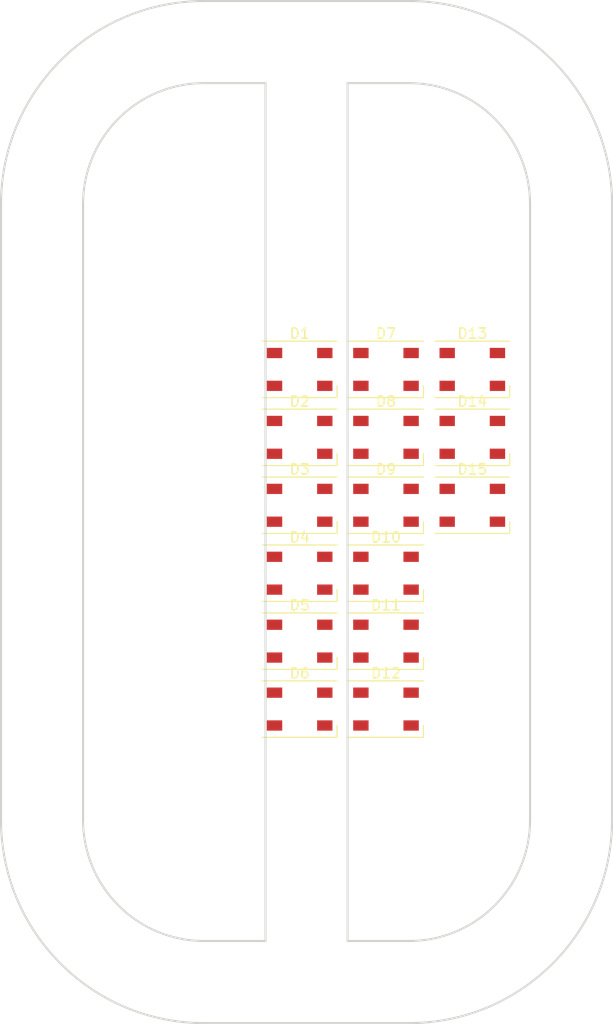
<source format=kicad_pcb>
(kicad_pcb (version 20240108) (generator "pcbnew") (generator_version "8.0")
  (layers (0 "F.Cu" signal) (31 "B.Cu" signal) (34 "B.Paste" user) (35 "F.Paste" user) (36 "B.SilkS" user "B.Silkscreen") (37 "F.SilkS" user "F.Silkscreen") (38 "B.Mask" user) (39 "F.Mask" user) (44 "Edge.Cuts" user))
  (net 0 "")
  (net 1 "Net-(D1-DOUT)")
  (net 2 "GND")
  (net 3 "LEDData")
  (net 4 "Net-(D1-VDD)")
  (net 5 "Net-(D2-DOUT)")
  (net 6 "Net-(D2-VDD)")
  (net 7 "Net-(D3-DOUT)")
  (net 8 "Net-(D3-VDD)")
  (net 9 "Net-(D4-VDD)")
  (net 10 "Net-(D4-DOUT)")
  (net 11 "Net-(D5-VDD)")
  (net 12 "Net-(D5-DOUT)")
  (net 13 "Net-(D6-VDD)")
  (net 14 "Net-(D6-DOUT)")
  (net 15 "Net-(D7-VDD)")
  (net 16 "Net-(D7-DOUT)")
  (net 17 "Net-(D8-DOUT)")
  (net 18 "Net-(D8-VDD)")
  (net 19 "Net-(D9-VDD)")
  (net 20 "Net-(D10-DIN)")
  (net 21 "Net-(D10-VDD)")
  (net 22 "Net-(D10-DOUT)")
  (net 23 "Net-(D11-VDD)")
  (net 24 "Net-(D11-DOUT)")
  (net 25 "Net-(D12-DOUT)")
  (net 26 "Net-(D12-VDD)")
  (net 27 "Net-(D13-VDD)")
  (net 28 "Net-(D13-DOUT)")
  (net 29 "Net-(D14-VDD)")
  (net 30 "Net-(D14-DOUT)")
  (net 31 "Net-(D15-VDD)")
  (footprint "LED_SMD:LED_SK6812_PLCC4_5.0x5.0mm_P3.2mm" (layer "F.Cu") (at 65.97 69.54)
    (property "Reference" "D15" (at 0 -3.5 0) (layer "F.SilkS"))
    (property "Value" "SK6812")
    (fp_line (start -3.65 -2.75) (end 3.65 -2.75) (stroke (width 0.12)) (layer "F.SilkS"))
    (fp_line (start -3.65 2.75) (end 3.65 2.75) (stroke (width 0.12)) (layer "F.SilkS"))
    (fp_line (start 3.65 2.75) (end 3.65 1.6) (stroke (width 0.12)) (layer "F.SilkS"))
    (pad "1" smd rect (at 2.45 1.6) (size 1.5 1) (layers "F.Cu" "F.Paste" "F.Mask") (net 2 "GND"))
    (pad "2" smd rect (at 2.45 -1.6) (size 1.5 1) (layers "F.Cu" "F.Paste" "F.Mask") (net 30 "Net-(D14-DOUT)"))
    (pad "3" smd rect (at -2.45 -1.6) (size 1.5 1) (layers "F.Cu" "F.Paste" "F.Mask") (net 31 "Net-(D15-VDD)"))
    (pad "4" smd rect (at -2.45 1.6) (size 1.5 1) (layers "F.Cu" "F.Paste" "F.Mask"))
  )
  (footprint "LED_SMD:LED_SK6812_PLCC4_5.0x5.0mm_P3.2mm" (layer "F.Cu") (at 49.13 76.16)
    (property "Reference" "D4" (at 0 -3.5 0) (layer "F.SilkS"))
    (property "Value" "SK6812")
    (fp_line (start -3.65 -2.75) (end 3.65 -2.75) (stroke (width 0.12)) (layer "F.SilkS"))
    (fp_line (start -3.65 2.75) (end 3.65 2.75) (stroke (width 0.12)) (layer "F.SilkS"))
    (fp_line (start 3.65 2.75) (end 3.65 1.6) (stroke (width 0.12)) (layer "F.SilkS"))
    (pad "1" smd rect (at 2.45 1.6) (size 1.5 1) (layers "F.Cu" "F.Paste" "F.Mask") (net 2 "GND"))
    (pad "2" smd rect (at 2.45 -1.6) (size 1.5 1) (layers "F.Cu" "F.Paste" "F.Mask") (net 7 "Net-(D3-DOUT)"))
    (pad "3" smd rect (at -2.45 -1.6) (size 1.5 1) (layers "F.Cu" "F.Paste" "F.Mask") (net 9 "Net-(D4-VDD)"))
    (pad "4" smd rect (at -2.45 1.6) (size 1.5 1) (layers "F.Cu" "F.Paste" "F.Mask") (net 10 "Net-(D4-DOUT)"))
  )
  (footprint "LED_SMD:LED_SK6812_PLCC4_5.0x5.0mm_P3.2mm" (layer "F.Cu") (at 57.55 89.4)
    (property "Reference" "D12" (at 0 -3.5 0) (layer "F.SilkS"))
    (property "Value" "SK6812")
    (fp_line (start -3.65 -2.75) (end 3.65 -2.75) (stroke (width 0.12)) (layer "F.SilkS"))
    (fp_line (start -3.65 2.75) (end 3.65 2.75) (stroke (width 0.12)) (layer "F.SilkS"))
    (fp_line (start 3.65 2.75) (end 3.65 1.6) (stroke (width 0.12)) (layer "F.SilkS"))
    (pad "1" smd rect (at 2.45 1.6) (size 1.5 1) (layers "F.Cu" "F.Paste" "F.Mask") (net 2 "GND"))
    (pad "2" smd rect (at 2.45 -1.6) (size 1.5 1) (layers "F.Cu" "F.Paste" "F.Mask") (net 24 "Net-(D11-DOUT)"))
    (pad "3" smd rect (at -2.45 -1.6) (size 1.5 1) (layers "F.Cu" "F.Paste" "F.Mask") (net 26 "Net-(D12-VDD)"))
    (pad "4" smd rect (at -2.45 1.6) (size 1.5 1) (layers "F.Cu" "F.Paste" "F.Mask") (net 25 "Net-(D12-DOUT)"))
  )
  (footprint "LED_SMD:LED_SK6812_PLCC4_5.0x5.0mm_P3.2mm" (layer "F.Cu") (at 49.13 89.4)
    (property "Reference" "D6" (at 0 -3.5 0) (layer "F.SilkS"))
    (property "Value" "SK6812")
    (fp_line (start -3.65 -2.75) (end 3.65 -2.75) (stroke (width 0.12)) (layer "F.SilkS"))
    (fp_line (start -3.65 2.75) (end 3.65 2.75) (stroke (width 0.12)) (layer "F.SilkS"))
    (fp_line (start 3.65 2.75) (end 3.65 1.6) (stroke (width 0.12)) (layer "F.SilkS"))
    (pad "1" smd rect (at 2.45 1.6) (size 1.5 1) (layers "F.Cu" "F.Paste" "F.Mask") (net 2 "GND"))
    (pad "2" smd rect (at 2.45 -1.6) (size 1.5 1) (layers "F.Cu" "F.Paste" "F.Mask") (net 12 "Net-(D5-DOUT)"))
    (pad "3" smd rect (at -2.45 -1.6) (size 1.5 1) (layers "F.Cu" "F.Paste" "F.Mask") (net 13 "Net-(D6-VDD)"))
    (pad "4" smd rect (at -2.45 1.6) (size 1.5 1) (layers "F.Cu" "F.Paste" "F.Mask") (net 14 "Net-(D6-DOUT)"))
  )
  (footprint "LED_SMD:LED_SK6812_PLCC4_5.0x5.0mm_P3.2mm" (layer "F.Cu") (at 49.13 56.3)
    (property "Reference" "D1" (at 0 -3.5 0) (layer "F.SilkS"))
    (property "Value" "SK6812")
    (fp_line (start -3.65 -2.75) (end 3.65 -2.75) (stroke (width 0.12)) (layer "F.SilkS"))
    (fp_line (start -3.65 2.75) (end 3.65 2.75) (stroke (width 0.12)) (layer "F.SilkS"))
    (fp_line (start 3.65 2.75) (end 3.65 1.6) (stroke (width 0.12)) (layer "F.SilkS"))
    (pad "1" smd rect (at 2.45 1.6) (size 1.5 1) (layers "F.Cu" "F.Paste" "F.Mask") (net 2 "GND"))
    (pad "2" smd rect (at 2.45 -1.6) (size 1.5 1) (layers "F.Cu" "F.Paste" "F.Mask") (net 3 "LEDData"))
    (pad "3" smd rect (at -2.45 -1.6) (size 1.5 1) (layers "F.Cu" "F.Paste" "F.Mask") (net 4 "Net-(D1-VDD)"))
    (pad "4" smd rect (at -2.45 1.6) (size 1.5 1) (layers "F.Cu" "F.Paste" "F.Mask") (net 1 "Net-(D1-DOUT)"))
  )
  (footprint "LED_SMD:LED_SK6812_PLCC4_5.0x5.0mm_P3.2mm" (layer "F.Cu") (at 57.55 56.3)
    (property "Reference" "D7" (at 0 -3.5 0) (layer "F.SilkS"))
    (property "Value" "SK6812")
    (fp_line (start -3.65 -2.75) (end 3.65 -2.75) (stroke (width 0.12)) (layer "F.SilkS"))
    (fp_line (start -3.65 2.75) (end 3.65 2.75) (stroke (width 0.12)) (layer "F.SilkS"))
    (fp_line (start 3.65 2.75) (end 3.65 1.6) (stroke (width 0.12)) (layer "F.SilkS"))
    (pad "1" smd rect (at 2.45 1.6) (size 1.5 1) (layers "F.Cu" "F.Paste" "F.Mask") (net 2 "GND"))
    (pad "2" smd rect (at 2.45 -1.6) (size 1.5 1) (layers "F.Cu" "F.Paste" "F.Mask") (net 14 "Net-(D6-DOUT)"))
    (pad "3" smd rect (at -2.45 -1.6) (size 1.5 1) (layers "F.Cu" "F.Paste" "F.Mask") (net 15 "Net-(D7-VDD)"))
    (pad "4" smd rect (at -2.45 1.6) (size 1.5 1) (layers "F.Cu" "F.Paste" "F.Mask") (net 16 "Net-(D7-DOUT)"))
  )
  (footprint "LED_SMD:LED_SK6812_PLCC4_5.0x5.0mm_P3.2mm" (layer "F.Cu") (at 65.97 56.3)
    (property "Reference" "D13" (at 0 -3.5 0) (layer "F.SilkS"))
    (property "Value" "SK6812")
    (fp_line (start -3.65 -2.75) (end 3.65 -2.75) (stroke (width 0.12)) (layer "F.SilkS"))
    (fp_line (start -3.65 2.75) (end 3.65 2.75) (stroke (width 0.12)) (layer "F.SilkS"))
    (fp_line (start 3.65 2.75) (end 3.65 1.6) (stroke (width 0.12)) (layer "F.SilkS"))
    (pad "1" smd rect (at 2.45 1.6) (size 1.5 1) (layers "F.Cu" "F.Paste" "F.Mask") (net 2 "GND"))
    (pad "2" smd rect (at 2.45 -1.6) (size 1.5 1) (layers "F.Cu" "F.Paste" "F.Mask") (net 25 "Net-(D12-DOUT)"))
    (pad "3" smd rect (at -2.45 -1.6) (size 1.5 1) (layers "F.Cu" "F.Paste" "F.Mask") (net 27 "Net-(D13-VDD)"))
    (pad "4" smd rect (at -2.45 1.6) (size 1.5 1) (layers "F.Cu" "F.Paste" "F.Mask") (net 28 "Net-(D13-DOUT)"))
  )
  (footprint "LED_SMD:LED_SK6812_PLCC4_5.0x5.0mm_P3.2mm" (layer "F.Cu") (at 65.97 62.92)
    (property "Reference" "D14" (at 0 -3.5 0) (layer "F.SilkS"))
    (property "Value" "SK6812")
    (fp_line (start -3.65 -2.75) (end 3.65 -2.75) (stroke (width 0.12)) (layer "F.SilkS"))
    (fp_line (start -3.65 2.75) (end 3.65 2.75) (stroke (width 0.12)) (layer "F.SilkS"))
    (fp_line (start 3.65 2.75) (end 3.65 1.6) (stroke (width 0.12)) (layer "F.SilkS"))
    (pad "1" smd rect (at 2.45 1.6) (size 1.5 1) (layers "F.Cu" "F.Paste" "F.Mask") (net 2 "GND"))
    (pad "2" smd rect (at 2.45 -1.6) (size 1.5 1) (layers "F.Cu" "F.Paste" "F.Mask") (net 28 "Net-(D13-DOUT)"))
    (pad "3" smd rect (at -2.45 -1.6) (size 1.5 1) (layers "F.Cu" "F.Paste" "F.Mask") (net 29 "Net-(D14-VDD)"))
    (pad "4" smd rect (at -2.45 1.6) (size 1.5 1) (layers "F.Cu" "F.Paste" "F.Mask") (net 30 "Net-(D14-DOUT)"))
  )
  (footprint "LED_SMD:LED_SK6812_PLCC4_5.0x5.0mm_P3.2mm" (layer "F.Cu") (at 57.55 69.54)
    (property "Reference" "D9" (at 0 -3.5 0) (layer "F.SilkS"))
    (property "Value" "SK6812")
    (fp_line (start -3.65 -2.75) (end 3.65 -2.75) (stroke (width 0.12)) (layer "F.SilkS"))
    (fp_line (start -3.65 2.75) (end 3.65 2.75) (stroke (width 0.12)) (layer "F.SilkS"))
    (fp_line (start 3.65 2.75) (end 3.65 1.6) (stroke (width 0.12)) (layer "F.SilkS"))
    (pad "1" smd rect (at 2.45 1.6) (size 1.5 1) (layers "F.Cu" "F.Paste" "F.Mask") (net 2 "GND"))
    (pad "2" smd rect (at 2.45 -1.6) (size 1.5 1) (layers "F.Cu" "F.Paste" "F.Mask") (net 17 "Net-(D8-DOUT)"))
    (pad "3" smd rect (at -2.45 -1.6) (size 1.5 1) (layers "F.Cu" "F.Paste" "F.Mask") (net 19 "Net-(D9-VDD)"))
    (pad "4" smd rect (at -2.45 1.6) (size 1.5 1) (layers "F.Cu" "F.Paste" "F.Mask") (net 20 "Net-(D10-DIN)"))
  )
  (footprint "LED_SMD:LED_SK6812_PLCC4_5.0x5.0mm_P3.2mm" (layer "F.Cu") (at 49.13 82.78)
    (property "Reference" "D5" (at 0 -3.5 0) (layer "F.SilkS"))
    (property "Value" "SK6812")
    (fp_line (start -3.65 -2.75) (end 3.65 -2.75) (stroke (width 0.12)) (layer "F.SilkS"))
    (fp_line (start -3.65 2.75) (end 3.65 2.75) (stroke (width 0.12)) (layer "F.SilkS"))
    (fp_line (start 3.65 2.75) (end 3.65 1.6) (stroke (width 0.12)) (layer "F.SilkS"))
    (pad "1" smd rect (at 2.45 1.6) (size 1.5 1) (layers "F.Cu" "F.Paste" "F.Mask") (net 2 "GND"))
    (pad "2" smd rect (at 2.45 -1.6) (size 1.5 1) (layers "F.Cu" "F.Paste" "F.Mask") (net 10 "Net-(D4-DOUT)"))
    (pad "3" smd rect (at -2.45 -1.6) (size 1.5 1) (layers "F.Cu" "F.Paste" "F.Mask") (net 11 "Net-(D5-VDD)"))
    (pad "4" smd rect (at -2.45 1.6) (size 1.5 1) (layers "F.Cu" "F.Paste" "F.Mask") (net 12 "Net-(D5-DOUT)"))
  )
  (footprint "LED_SMD:LED_SK6812_PLCC4_5.0x5.0mm_P3.2mm" (layer "F.Cu") (at 57.55 76.16)
    (property "Reference" "D10" (at 0 -3.5 0) (layer "F.SilkS"))
    (property "Value" "SK6812")
    (fp_line (start -3.65 -2.75) (end 3.65 -2.75) (stroke (width 0.12)) (layer "F.SilkS"))
    (fp_line (start -3.65 2.75) (end 3.65 2.75) (stroke (width 0.12)) (layer "F.SilkS"))
    (fp_line (start 3.65 2.75) (end 3.65 1.6) (stroke (width 0.12)) (layer "F.SilkS"))
    (pad "1" smd rect (at 2.45 1.6) (size 1.5 1) (layers "F.Cu" "F.Paste" "F.Mask") (net 2 "GND"))
    (pad "2" smd rect (at 2.45 -1.6) (size 1.5 1) (layers "F.Cu" "F.Paste" "F.Mask") (net 20 "Net-(D10-DIN)"))
    (pad "3" smd rect (at -2.45 -1.6) (size 1.5 1) (layers "F.Cu" "F.Paste" "F.Mask") (net 21 "Net-(D10-VDD)"))
    (pad "4" smd rect (at -2.45 1.6) (size 1.5 1) (layers "F.Cu" "F.Paste" "F.Mask") (net 22 "Net-(D10-DOUT)"))
  )
  (footprint "LED_SMD:LED_SK6812_PLCC4_5.0x5.0mm_P3.2mm" (layer "F.Cu") (at 49.13 69.54)
    (property "Reference" "D3" (at 0 -3.5 0) (layer "F.SilkS"))
    (property "Value" "SK6812")
    (fp_line (start -3.65 -2.75) (end 3.65 -2.75) (stroke (width 0.12)) (layer "F.SilkS"))
    (fp_line (start -3.65 2.75) (end 3.65 2.75) (stroke (width 0.12)) (layer "F.SilkS"))
    (fp_line (start 3.65 2.75) (end 3.65 1.6) (stroke (width 0.12)) (layer "F.SilkS"))
    (pad "1" smd rect (at 2.45 1.6) (size 1.5 1) (layers "F.Cu" "F.Paste" "F.Mask") (net 2 "GND"))
    (pad "2" smd rect (at 2.45 -1.6) (size 1.5 1) (layers "F.Cu" "F.Paste" "F.Mask") (net 5 "Net-(D2-DOUT)"))
    (pad "3" smd rect (at -2.45 -1.6) (size 1.5 1) (layers "F.Cu" "F.Paste" "F.Mask") (net 8 "Net-(D3-VDD)"))
    (pad "4" smd rect (at -2.45 1.6) (size 1.5 1) (layers "F.Cu" "F.Paste" "F.Mask") (net 7 "Net-(D3-DOUT)"))
  )
  (footprint "LED_SMD:LED_SK6812_PLCC4_5.0x5.0mm_P3.2mm" (layer "F.Cu") (at 49.13 62.92)
    (property "Reference" "D2" (at 0 -3.5 0) (layer "F.SilkS"))
    (property "Value" "SK6812")
    (fp_line (start -3.65 -2.75) (end 3.65 -2.75) (stroke (width 0.12)) (layer "F.SilkS"))
    (fp_line (start -3.65 2.75) (end 3.65 2.75) (stroke (width 0.12)) (layer "F.SilkS"))
    (fp_line (start 3.65 2.75) (end 3.65 1.6) (stroke (width 0.12)) (layer "F.SilkS"))
    (pad "1" smd rect (at 2.45 1.6) (size 1.5 1) (layers "F.Cu" "F.Paste" "F.Mask") (net 2 "GND"))
    (pad "2" smd rect (at 2.45 -1.6) (size 1.5 1) (layers "F.Cu" "F.Paste" "F.Mask") (net 1 "Net-(D1-DOUT)"))
    (pad "3" smd rect (at -2.45 -1.6) (size 1.5 1) (layers "F.Cu" "F.Paste" "F.Mask") (net 6 "Net-(D2-VDD)"))
    (pad "4" smd rect (at -2.45 1.6) (size 1.5 1) (layers "F.Cu" "F.Paste" "F.Mask") (net 5 "Net-(D2-DOUT)"))
  )
  (footprint "LED_SMD:LED_SK6812_PLCC4_5.0x5.0mm_P3.2mm" (layer "F.Cu") (at 57.55 82.78)
    (property "Reference" "D11" (at 0 -3.5 0) (layer "F.SilkS"))
    (property "Value" "SK6812")
    (fp_line (start -3.65 -2.75) (end 3.65 -2.75) (stroke (width 0.12)) (layer "F.SilkS"))
    (fp_line (start -3.65 2.75) (end 3.65 2.75) (stroke (width 0.12)) (layer "F.SilkS"))
    (fp_line (start 3.65 2.75) (end 3.65 1.6) (stroke (width 0.12)) (layer "F.SilkS"))
    (pad "1" smd rect (at 2.45 1.6) (size 1.5 1) (layers "F.Cu" "F.Paste" "F.Mask") (net 2 "GND"))
    (pad "2" smd rect (at 2.45 -1.6) (size 1.5 1) (layers "F.Cu" "F.Paste" "F.Mask") (net 22 "Net-(D10-DOUT)"))
    (pad "3" smd rect (at -2.45 -1.6) (size 1.5 1) (layers "F.Cu" "F.Paste" "F.Mask") (net 23 "Net-(D11-VDD)"))
    (pad "4" smd rect (at -2.45 1.6) (size 1.5 1) (layers "F.Cu" "F.Paste" "F.Mask") (net 24 "Net-(D11-DOUT)"))
  )
  (footprint "LED_SMD:LED_SK6812_PLCC4_5.0x5.0mm_P3.2mm" (layer "F.Cu") (at 57.55 62.92)
    (property "Reference" "D8" (at 0 -3.5 0) (layer "F.SilkS"))
    (property "Value" "SK6812")
    (fp_line (start -3.65 -2.75) (end 3.65 -2.75) (stroke (width 0.12)) (layer "F.SilkS"))
    (fp_line (start -3.65 2.75) (end 3.65 2.75) (stroke (width 0.12)) (layer "F.SilkS"))
    (fp_line (start 3.65 2.75) (end 3.65 1.6) (stroke (width 0.12)) (layer "F.SilkS"))
    (pad "1" smd rect (at 2.45 1.6) (size 1.5 1) (layers "F.Cu" "F.Paste" "F.Mask") (net 2 "GND"))
    (pad "2" smd rect (at 2.45 -1.6) (size 1.5 1) (layers "F.Cu" "F.Paste" "F.Mask") (net 16 "Net-(D7-DOUT)"))
    (pad "3" smd rect (at -2.45 -1.6) (size 1.5 1) (layers "F.Cu" "F.Paste" "F.Mask") (net 18 "Net-(D8-VDD)"))
    (pad "4" smd rect (at -2.45 1.6) (size 1.5 1) (layers "F.Cu" "F.Paste" "F.Mask") (net 17 "Net-(D8-DOUT)"))
  )
  (gr_curve (pts (xy 39.802009 20.399967) (xy 28.865588 20.399967) (xy 20.000024 29.265297) (xy 20.000024 40.201432)) (stroke (width 0.2)) (layer "Edge.Cuts"))
  (gr_curve (pts (xy 39.802009 111.998942) (xy 33.282493 111.998942) (xy 28.001256 106.714312) (xy 28.001256 100.198492)) (stroke (width 0.2)) (layer "Edge.Cuts"))
  (gr_line (start 53.80064 28.400987) (end 59.80157 28.400987) (stroke (width 0.2)) (layer "Edge.Cuts"))
  (gr_line (start 71.60233 40.201432) (end 71.60233 100.198492) (stroke (width 0.2)) (layer "Edge.Cuts"))
  (gr_curve (pts (xy 20.000024 100.198492) (xy 20.000024 111.134632) (xy 28.865588 119.999962) (xy 39.802009 119.999962)) (stroke (width 0.2)) (layer "Edge.Cuts"))
  (gr_line (start 79.60003 100.198492) (end 79.60003 40.201432) (stroke (width 0.2)) (layer "Edge.Cuts"))
  (gr_line (start 39.802009 119.999962) (end 59.80157 119.999962) (stroke (width 0.2)) (layer "Edge.Cuts"))
  (gr_line (start 59.80157 111.998942) (end 53.80064 111.998942) (stroke (width 0.2)) (layer "Edge.Cuts"))
  (gr_line (start 20.000024 40.201432) (end 20.000024 100.198492) (stroke (width 0.2)) (layer "Edge.Cuts"))
  (gr_line (start 59.80157 20.399967) (end 39.802009 20.399967) (stroke (width 0.2)) (layer "Edge.Cuts"))
  (gr_line (start 45.799409 28.400987) (end 45.799409 111.998942) (stroke (width 0.2)) (layer "Edge.Cuts"))
  (gr_curve (pts (xy 79.60003 40.201432) (xy 79.60003 29.265297) (xy 70.73799 20.399967) (xy 59.80157 20.399967)) (stroke (width 0.2)) (layer "Edge.Cuts"))
  (gr_curve (pts (xy 71.60233 100.198492) (xy 71.60233 106.714312) (xy 66.31756 111.998942) (xy 59.80157 111.998942)) (stroke (width 0.2)) (layer "Edge.Cuts"))
  (gr_curve (pts (xy 59.80157 28.400987) (xy 66.31756 28.400987) (xy 71.60233 33.685612) (xy 71.60233 40.201432)) (stroke (width 0.2)) (layer "Edge.Cuts"))
  (gr_curve (pts (xy 28.001256 40.201432) (xy 28.001256 33.685612) (xy 33.282493 28.400987) (xy 39.802009 28.400987)) (stroke (width 0.2)) (layer "Edge.Cuts"))
  (gr_line (start 28.001256 100.198492) (end 28.001256 40.201432) (stroke (width 0.2)) (layer "Edge.Cuts"))
  (gr_line (start 53.80064 111.998942) (end 53.80064 28.400987) (stroke (width 0.2)) (layer "Edge.Cuts"))
  (gr_curve (pts (xy 59.80157 119.999962) (xy 70.73799 119.999962) (xy 79.60003 111.134632) (xy 79.60003 100.198492)) (stroke (width 0.2)) (layer "Edge.Cuts"))
  (gr_line (start 45.799409 111.998942) (end 39.802009 111.998942) (stroke (width 0.2)) (layer "Edge.Cuts"))
  (gr_line (start 39.802009 28.400987) (end 45.799409 28.400987) (stroke (width 0.2)) (layer "Edge.Cuts"))
)
</source>
